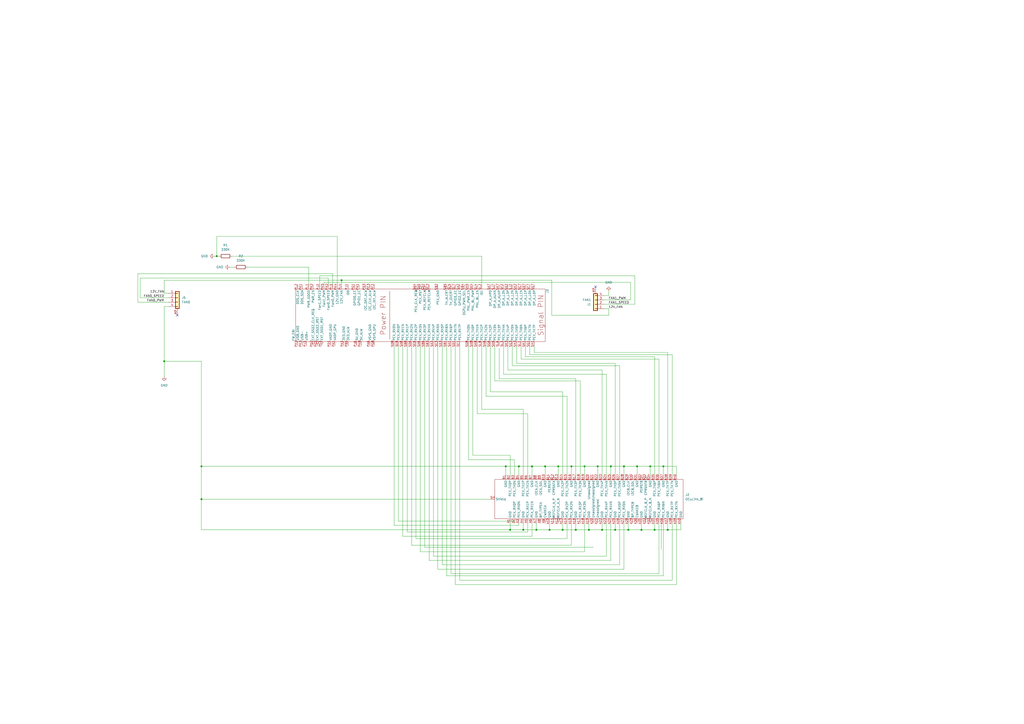
<source format=kicad_sch>
(kicad_sch (version 20250114) (generator "eeschema") (generator_version "9.0")
  (paper "A2")
  (lib_symbols
    (symbol "Device:R" (pin_numbers (hide yes)) (pin_names (offset 0))
      (property "Reference" "R" (at 2.032 0 90))
      (property "Value" "R" (at 0 0 90))
      (symbol "R_0_1"
        (rectangle (start -1.016 -2.54) (end 1.016 2.54) (stroke (width 0.254)))
      )
      (symbol "R_1_1"
        (pin passive line (at 0 3.81 270) (length 1.27) (name "~") (number "1"))
        (pin passive line (at 0 -3.81 90) (length 1.27) (name "~") (number "2"))
      )
    )
    (symbol "Expansion_Bay:FW_EBI"
      (property "Reference" "J" (at -15.24 92.71 0))
      (property "Value" "FW_EBI" (at 15.24 -57.15 0))
      (symbol "FW_EBI_0_0"
        (pin unspecified line (at -17.78 83.82 0) (length 2.54) (name "DP_A_L0P") (number "SG7"))
        (pin unspecified line (at -17.78 81.28 0) (length 2.54) (name "DP_A_L0N") (number "SF7"))
        (pin unspecified line (at -17.78 78.74 0) (length 2.54) (name "DP_A_L1P") (number "SD7"))
        (pin unspecified line (at -17.78 76.2 0) (length 2.54) (name "DP_A_L1N") (number "SC7"))
        (pin unspecified line (at -17.78 73.66 0) (length 2.54) (name "DP_A_L2P") (number "SK2"))
        (pin unspecified line (at -17.78 71.12 0) (length 2.54) (name "DP_A_L2N") (number "SJ2"))
        (pin unspecified line (at -17.78 68.58 0) (length 2.54) (name "DP_A_L3P") (number "SG2"))
        (pin unspecified line (at -17.78 66.04 0) (length 2.54) (name "DP_A_L3N") (number "SF2"))
        (pin unspecified line (at -17.78 63.5 0) (length 2.54) (name "DP_A_AUXP") (number "SK7"))
        (pin unspecified line (at -17.78 60.96 0) (length 2.54) (name "DP_A_AUXN") (number "SJ7"))
        (pin unspecified line (at -17.78 58.42 0) (length 2.54) (name "DP_A_HPD") (number "SA7"))
        (pin unspecified line (at -17.78 53.34 0) (length 2.54) (name "ID1") (number "SL2"))
        (pin unspecified line (at -17.78 50.8 0) (length 2.54) (name "PNL_BL_EN") (number "SL4"))
        (pin unspecified line (at -17.78 48.26 0) (length 2.54) (name "PNL_BL_PWM") (number "SK4"))
        (pin unspecified line (at -17.78 45.72 0) (length 2.54) (name "PNL_PWR_EN") (number "SK5"))
        (pin unspecified line (at -17.78 43.18 0) (length 2.54) (name "DGPU_PWM_SEL") (number "SB4"))
        (pin unspecified line (at -17.78 40.64 0) (length 2.54) (name "GPIO2_EC") (number "SA2"))
        (pin unspecified line (at -17.78 38.1 0) (length 2.54) (name "GPIO3_EC") (number "SL7"))
        (pin output clock (at -17.78 22.86 0) (length 2.54) (name "PEX_REFCLK") (number "SC2"))
        (pin unspecified line (at -17.78 -17.78 0) (length 2.54) (name "GPIO1_EC") (number "PH1"))
        (pin unspecified line (at -17.78 -20.32 0) (length 2.54) (name "GPIO0_EC") (number "PG1"))
        (pin output line (at -17.78 -24.13 0) (length 2.54) (name "ID0") (number "PJ1"))
        (pin power_out line (at -17.78 -27.94 0) (length 2.54) (name "12V_FAN") (number "PL4"))
        (pin input line (at -17.78 -33.02 0) (length 2.54) (name "Fan0_PWM") (number "PL5"))
        (pin output line (at -17.78 -35.56 0) (length 2.54) (name "Fan0_SPEED") (number "PH2"))
        (pin input line (at -17.78 -38.1 0) (length 2.54) (name "Fan1_PWM") (number "PK5"))
        (pin output line (at -17.78 -40.64 0) (length 2.54) (name "Fan1_SPEED") (number "PJ2"))
        (pin input line (at -17.78 -50.8 0) (length 2.54) (name "DDS_SDA") (number "PK1"))
        (pin bidirectional line (at -17.78 -53.34 0) (length 2.54) (name "DDS_CLK") (number "PL2"))
        (pin input line (at 17.78 83.82 180) (length 2.54) (name "PEX_TX7P") (number "SH1"))
        (pin input line (at 17.78 81.28 180) (length 2.54) (name "PEX_TX7N") (number "SG1"))
        (pin input line (at 17.78 78.74 180) (length 2.54) (name "PEX_TX6P") (number "SK1"))
        (pin input line (at 17.78 76.2 180) (length 2.54) (name "PEX_TX6N") (number "SL1"))
        (pin input line (at 17.78 73.66 180) (length 2.54) (name "PEX_TX5P") (number "SH3"))
        (pin input line (at 17.78 71.12 180) (length 2.54) (name "PEX_TX5N") (number "SG3"))
        (pin input line (at 17.78 68.58 180) (length 2.54) (name "PEX_TX4P") (number "SK3"))
        (pin input line (at 17.78 66.04 180) (length 2.54) (name "PEX_TX4N") (number "SL3"))
        (pin input line (at 17.78 63.5 180) (length 2.54) (name "PEX_TX3P") (number "SL6"))
        (pin input line (at 17.78 60.96 180) (length 2.54) (name "PEX_TX3N") (number "SK6"))
        (pin input line (at 17.78 58.42 180) (length 2.54) (name "PEX_TX2P") (number "SG6"))
        (pin input line (at 17.78 55.88 180) (length 2.54) (name "PEX_TX2N") (number "SH6"))
        (pin input line (at 17.78 53.34 180) (length 2.54) (name "PEX_TX1P") (number "SL8"))
        (pin input line (at 17.78 50.8 180) (length 2.54) (name "PEX_TX1N") (number "SK8"))
        (pin input line (at 17.78 48.26 180) (length 2.54) (name "PEX_TX0P") (number "SH8"))
        (pin input line (at 17.78 45.72 180) (length 2.54) (name "PEX_TX0N") (number "SG8"))
        (pin output line (at 17.78 40.64 180) (length 2.54) (name "PEX_RX7P") (number "SE1"))
        (pin output line (at 17.78 38.1 180) (length 2.54) (name "PEX_RX7N") (number "SD1"))
        (pin output line (at 17.78 35.56 180) (length 2.54) (name "PEX_RX6P") (number "SA1"))
        (pin output line (at 17.78 33.02 180) (length 2.54) (name "PEX_RX6N") (number "SB1"))
        (pin output line (at 17.78 30.48 180) (length 2.54) (name "PEX_RX5P") (number "SD3"))
        (pin output line (at 17.78 27.94 180) (length 2.54) (name "PEX_RX5N") (number "SE3"))
        (pin output line (at 17.78 25.4 180) (length 2.54) (name "PEX_RX4P") (number "SA3"))
        (pin output line (at 17.78 22.86 180) (length 2.54) (name "PEX_RX4N") (number "SB3"))
        (pin output line (at 17.78 20.32 180) (length 2.54) (name "PEX_RX3P") (number "SB6"))
        (pin output line (at 17.78 17.78 180) (length 2.54) (name "PEX_RX3N") (number "SA6"))
        (pin output line (at 17.78 15.24 180) (length 2.54) (name "PEX_RX2P") (number "SE6"))
        (pin output line (at 17.78 12.7 180) (length 2.54) (name "PEX_RX2N") (number "SD6"))
        (pin output line (at 17.78 10.16 180) (length 2.54) (name "PEX_RX1P") (number "SB8"))
        (pin output line (at 17.78 7.62 180) (length 2.54) (name "PEX_RX1N") (number "SA8"))
        (pin output line (at 17.78 5.08 180) (length 2.54) (name "PEX_RX0P") (number "SE8"))
        (pin output line (at 17.78 2.54 180) (length 2.54) (name "PEX_RX0N") (number "SD8"))
        (pin power_out line (at 17.78 -8.89 180) (length 2.54) (name "VSYS_GPU") (number "PG8"))
        (pin power_out line (at 17.78 -16.51 180) (length 2.54) (name "5V_ALW") (number "PK8"))
        (pin power_out line (at 17.78 -24.13 180) (length 2.54) (name "3V3_ALW") (number "PB5"))
        (pin bidirectional line (at 17.78 -48.26 180) (length 2.54) (name "USB+") (number "PJ3"))
        (pin bidirectional line (at 17.78 -50.8 180) (length 2.54) (name "USB-") (number "PK3"))
      )
      (symbol "FW_EBI_1_0"
        (pin unspecified inverted (at -17.78 35.56 0) (length 2.54) (name "TH_OVERT") (number "SL5"))
        (pin unspecified inverted (at -17.78 33.02 0) (length 2.54) (name "TH_ALERT") (number "SB5"))
        (pin bidirectional line (at -17.78 27.94 0) (length 2.54) (name "PEX_GND") (number "SB2"))
        (pin bidirectional line (at -17.78 27.94 0) (length 2.54) (hide yes) (name "PEX_GND") (number "SB7"))
        (pin bidirectional line (at -17.78 27.94 0) (length 2.54) (hide yes) (name "PEX_GND") (number "SC1"))
        (pin bidirectional line (at -17.78 27.94 0) (length 2.54) (hide yes) (name "PEX_GND") (number "SC3"))
        (pin bidirectional line (at -17.78 27.94 0) (length 2.54) (hide yes) (name "PEX_GND") (number "SC6"))
        (pin bidirectional line (at -17.78 27.94 0) (length 2.54) (hide yes) (name "PEX_GND") (number "SC8"))
        (pin bidirectional line (at -17.78 27.94 0) (length 2.54) (hide yes) (name "PEX_GND") (number "SE2"))
        (pin bidirectional line (at -17.78 27.94 0) (length 2.54) (hide yes) (name "PEX_GND") (number "SE7"))
        (pin bidirectional line (at -17.78 27.94 0) (length 2.54) (hide yes) (name "PEX_GND") (number "SF1"))
        (pin bidirectional line (at -17.78 27.94 0) (length 2.54) (hide yes) (name "PEX_GND") (number "SF3"))
        (pin bidirectional line (at -17.78 27.94 0) (length 2.54) (hide yes) (name "PEX_GND") (number "SF6"))
        (pin bidirectional line (at -17.78 27.94 0) (length 2.54) (hide yes) (name "PEX_GND") (number "SF8"))
        (pin bidirectional line (at -17.78 27.94 0) (length 2.54) (hide yes) (name "PEX_GND") (number "SH2"))
        (pin bidirectional line (at -17.78 27.94 0) (length 2.54) (hide yes) (name "PEX_GND") (number "SH7"))
        (pin bidirectional line (at -17.78 27.94 0) (length 2.54) (hide yes) (name "PEX_GND") (number "SJ1"))
        (pin bidirectional line (at -17.78 27.94 0) (length 2.54) (hide yes) (name "PEX_GND") (number "SJ3"))
        (pin bidirectional line (at -17.78 27.94 0) (length 2.54) (hide yes) (name "PEX_GND") (number "SJ6"))
        (pin bidirectional line (at -17.78 27.94 0) (length 2.54) (hide yes) (name "PEX_GND") (number "SJ8"))
        (pin output inverted_clock (at -17.78 20.32 0) (length 2.54) (name "PEX_REFCLK") (number "SD2"))
        (pin input inverted (at -17.78 17.78 0) (length 2.54) (name "PEX_RST") (number "SA5"))
        (pin output inverted_clock (at -17.78 15.24 0) (length 2.54) (name "PEX_CLK_REQ") (number "SA4"))
        (pin unspecified line (at -17.78 -8.89 0) (length 2.54) (name "I2C_INT_ALW") (number "PF2"))
        (pin unspecified line (at -17.78 -11.43 0) (length 2.54) (name "I2C_CLK_ALW") (number "PC3"))
        (pin unspecified line (at -17.78 -13.97 0) (length 2.54) (name "I2C_DAT_ALW") (number "PD3"))
        (pin power_out line (at -17.78 -30.48 0) (length 2.54) (name "12V_GND") (number "PK4"))
        (pin output line (at -17.78 -44.45 0) (length 2.54) (name "PWR_EN") (number "PK2"))
        (pin output line (at -17.78 -46.99 0) (length 2.54) (name "PWR_GOOD") (number "PL1"))
        (pin power_out line (at 17.78 -8.89 180) (length 2.54) (hide yes) (name "VSYS_GPU") (number "PA7"))
        (pin power_out line (at 17.78 -8.89 180) (length 2.54) (hide yes) (name "VSYS_GPU") (number "PA8"))
        (pin power_out line (at 17.78 -8.89 180) (length 2.54) (hide yes) (name "VSYS_GPU") (number "PB7"))
        (pin power_out line (at 17.78 -8.89 180) (length 2.54) (hide yes) (name "VSYS_GPU") (number "PB8"))
        (pin power_out line (at 17.78 -8.89 180) (length 2.54) (hide yes) (name "VSYS_GPU") (number "PC7"))
        (pin power_out line (at 17.78 -8.89 180) (length 2.54) (hide yes) (name "VSYS_GPU") (number "PC8"))
        (pin power_out line (at 17.78 -8.89 180) (length 2.54) (hide yes) (name "VSYS_GPU") (number "PD7"))
        (pin power_out line (at 17.78 -8.89 180) (length 2.54) (hide yes) (name "VSYS_GPU") (number "PD8"))
        (pin power_out line (at 17.78 -8.89 180) (length 2.54) (hide yes) (name "VSYS_GPU") (number "PE7"))
        (pin power_out line (at 17.78 -8.89 180) (length 2.54) (hide yes) (name "VSYS_GPU") (number "PE8"))
        (pin power_out line (at 17.78 -8.89 180) (length 2.54) (hide yes) (name "VSYS_GPU") (number "PF7"))
        (pin power_out line (at 17.78 -8.89 180) (length 2.54) (hide yes) (name "VSYS_GPU") (number "PF8"))
        (pin power_out line (at 17.78 -8.89 180) (length 2.54) (hide yes) (name "VSYS_GPU") (number "PG7"))
        (pin power_out line (at 17.78 -11.43 180) (length 2.54) (name "VSYS_GND") (number "PA6"))
        (pin power_out line (at 17.78 -11.43 180) (length 2.54) (hide yes) (name "VSYS_GND") (number "PB6"))
        (pin power_out line (at 17.78 -11.43 180) (length 2.54) (hide yes) (name "VSYS_GND") (number "PC6"))
        (pin power_out line (at 17.78 -11.43 180) (length 2.54) (hide yes) (name "VSYS_GND") (number "PD6"))
        (pin power_out line (at 17.78 -11.43 180) (length 2.54) (hide yes) (name "VSYS_GND") (number "PE6"))
        (pin power_out line (at 17.78 -11.43 180) (length 2.54) (hide yes) (name "VSYS_GND") (number "PF6"))
        (pin power_out line (at 17.78 -11.43 180) (length 2.54) (hide yes) (name "VSYS_GND") (number "PG6"))
        (pin power_out line (at 17.78 -11.43 180) (length 2.54) (hide yes) (name "VSYS_GND") (number "PH6"))
        (pin power_out line (at 17.78 -11.43 180) (length 2.54) (hide yes) (name "VSYS_GND") (number "PH7"))
        (pin power_out line (at 17.78 -11.43 180) (length 2.54) (hide yes) (name "VSYS_GND") (number "PH8"))
        (pin power_out line (at 17.78 -11.43 180) (length 2.54) (hide yes) (name "VSYS_GND") (number "PJ7"))
        (pin power_out line (at 17.78 -11.43 180) (length 2.54) (hide yes) (name "VSYS_GND") (number "PJ8"))
        (pin power_out line (at 17.78 -16.51 180) (length 2.54) (hide yes) (name "5V_ALW") (number "PK7"))
        (pin power_out line (at 17.78 -16.51 180) (length 2.54) (hide yes) (name "5V_ALW") (number "PL7"))
        (pin power_out line (at 17.78 -16.51 180) (length 2.54) (hide yes) (name "5V_ALW") (number "PL8"))
        (pin power_out line (at 17.78 -19.05 180) (length 2.54) (name "5V_GND") (number "PJ6"))
        (pin power_out line (at 17.78 -19.05 180) (length 2.54) (hide yes) (name "5V_GND") (number "PK6"))
        (pin power_out line (at 17.78 -19.05 180) (length 2.54) (hide yes) (name "5V_GND") (number "PL6"))
        (pin power_out line (at 17.78 -24.13 180) (length 2.54) (hide yes) (name "3V3_ALW") (number "PA4"))
        (pin power_out line (at 17.78 -24.13 180) (length 2.54) (hide yes) (name "3V3_ALW") (number "PA5"))
        (pin power_out line (at 17.78 -24.13 180) (length 2.54) (hide yes) (name "3V3_ALW") (number "PB4"))
        (pin power_out line (at 17.78 -26.67 180) (length 2.54) (name "3V3_GND") (number "PA3"))
        (pin power_out line (at 17.78 -26.67 180) (length 2.54) (hide yes) (name "3V3_GND") (number "PB3"))
        (pin power_out line (at 17.78 -26.67 180) (length 2.54) (hide yes) (name "3V3_GND") (number "PE3"))
        (pin unspecified line (at 17.78 -31.75 180) (length 2.54) (name "VADP_GPU") (number "PA1"))
        (pin unspecified line (at 17.78 -31.75 180) (length 2.54) (hide yes) (name "VADP_GPU") (number "PA2"))
        (pin unspecified line (at 17.78 -31.75 180) (length 2.54) (hide yes) (name "VADP_GPU") (number "PB1"))
        (pin unspecified line (at 17.78 -31.75 180) (length 2.54) (hide yes) (name "VADP_GPU") (number "PB2"))
        (pin unspecified line (at 17.78 -31.75 180) (length 2.54) (hide yes) (name "VADP_GPU") (number "PC1"))
        (pin unspecified line (at 17.78 -31.75 180) (length 2.54) (hide yes) (name "VADP_GPU") (number "PC2"))
        (pin unspecified line (at 17.78 -34.29 180) (length 2.54) (name "VADP_GND") (number "PD1"))
        (pin unspecified line (at 17.78 -34.29 180) (length 2.54) (hide yes) (name "VADP_GND") (number "PD2"))
        (pin unspecified line (at 17.78 -34.29 180) (length 2.54) (hide yes) (name "VADP_GND") (number "PE1"))
        (pin unspecified line (at 17.78 -34.29 180) (length 2.54) (hide yes) (name "VADP_GND") (number "PE2"))
        (pin unspecified line (at 17.78 -34.29 180) (length 2.54) (hide yes) (name "VADP_GND") (number "PF1"))
        (pin bidirectional inverted (at 17.78 -39.37 180) (length 2.54) (name "EXT_SSD1_RST") (number "PF3"))
        (pin bidirectional inverted (at 17.78 -41.91 180) (length 2.54) (name "EXT_SSD2_RST") (number "PG3"))
        (pin bidirectional inverted (at 17.78 -44.45 180) (length 2.54) (name "EXT_SSD2_CLK_REQ") (number "PG2"))
        (pin power_out line (at 17.78 -53.34 180) (length 2.54) (name "USB_GND") (number "PH3"))
        (pin power_out line (at 17.78 -53.34 180) (length 2.54) (hide yes) (name "USB_GND") (number "PL3"))
      )
      (symbol "FW_EBI_1_1"
        (rectangle (start -15.24 90.17) (end 15.24 -54.61))
        (polyline (pts (xy -13.97 0) (xy 13.97 0)))
        (text "Signal PIN" (at 0 87.63 0) (effects (font (size 3 3))))
        (text "Power PIN" (at 0 -3.81 0) (effects (font (size 3 3))))
      )
    )
    (symbol "Expansion_Bay:JST_SH_01x04" (pin_names (offset 1.016) (hide yes))
      (property "Reference" "J" (at 0.254 4.826 0))
      (property "Value" "JST_SH_01x04" (at 1.016 -7.366 0))
      (symbol "JST_SH_01x04_1_1"
        (rectangle (start -1.27 3.81) (end 1.27 -6.35) (stroke (width 0.1524)))
        (rectangle (start -1.016 3.556) (end 1.016 -6.096) (stroke (width 0.254)) (fill (type background)))
        (rectangle (start -1.016 2.667) (end 0.254 2.413) (stroke (width 0.1524)))
        (rectangle (start -1.016 0.127) (end 0.254 -0.127) (stroke (width 0.1524)))
        (rectangle (start -1.016 -2.413) (end 0.254 -2.667) (stroke (width 0.1524)))
        (rectangle (start -1.016 -4.953) (end 0.254 -5.207) (stroke (width 0.1524)))
        (pin passive line (at -5.08 2.54 0) (length 4.064) (name "Pin_1") (number "1"))
        (pin passive line (at -5.08 0 0) (length 4.064) (name "Pin_2") (number "2"))
        (pin passive line (at -5.08 -2.54 0) (length 4.064) (name "Pin_3") (number "3"))
        (pin passive line (at -5.08 -5.08 0) (length 4.064) (name "Pin_4") (number "4"))
        (pin passive line (at 0 -10.16 90) (length 3.81) (name "Shield") (number "MP"))
      )
    )
    (symbol "Expansion_Bay_User:OCuLink_8i"
      (property "Reference" "J" (at -11.43 57.15 0))
      (property "Value" "OCuLink_8i" (at 11.43 -57.15 0))
      (symbol "OCuLink_8i_0_1"
        (rectangle (start -11.43 54.61) (end 11.43 -54.61))
        (rectangle (start -6.35 35.56) (end -6.35 35.56))
        (rectangle (start -6.35 -17.78) (end -6.35 -17.78))
        (rectangle (start 13.97 40.64) (end 13.97 40.64))
        (rectangle (start 13.97 -12.7) (end 13.97 -12.7))
      )
      (symbol "OCuLink_8i_1_0"
        (pin unspecified line (at 0 57.15 270) (length 2.54) (name "Shield") (number "SH"))
      )
      (symbol "OCuLink_8i_1_1"
        (pin unspecified line (at -13.97 45.72 0) (length 2.54) (name "GND") (number "A1"))
        (pin bidirectional line (at -13.97 43.18 0) (length 2.54) (name "PEX_RX0P") (number "A2"))
        (pin bidirectional line (at -13.97 40.64 0) (length 2.54) (name "PEX_RX0N") (number "A3"))
        (pin unspecified line (at -13.97 38.1 0) (length 2.54) (name "GND") (number "A4"))
        (pin bidirectional line (at -13.97 35.56 0) (length 2.54) (name "PEX_RX1P") (number "A5"))
        (pin bidirectional line (at -13.97 33.02 0) (length 2.54) (name "PEX_RX1N") (number "A6"))
        (pin unspecified line (at -13.97 30.48 0) (length 2.54) (name "GND") (number "A7"))
        (pin unspecified line (at -13.97 27.94 0) (length 2.54) (name "BP_TYPEA") (number "A8"))
        (pin unspecified inverted (at -13.97 25.4 0) (length 2.54) (name "CWAKEA") (number "A9"))
        (pin unspecified line (at -13.97 22.86 0) (length 2.54) (name "GND") (number "A10"))
        (pin unspecified clock (at -13.97 20.32 0) (length 2.54) (name "REFCLK_A_P") (number "A11"))
        (pin unspecified inverted_clock (at -13.97 17.78 0) (length 2.54) (name "REFCLK_A_N") (number "A12"))
        (pin unspecified line (at -13.97 15.24 0) (length 2.54) (name "GND") (number "A13"))
        (pin bidirectional line (at -13.97 12.7 0) (length 2.54) (name "PEX_RX2P") (number "A14"))
        (pin bidirectional line (at -13.97 10.16 0) (length 2.54) (name "PEX_RX2N") (number "A15"))
        (pin unspecified line (at -13.97 7.62 0) (length 2.54) (name "GND") (number "A16"))
        (pin bidirectional line (at -13.97 5.08 0) (length 2.54) (name "PEX_RX3P") (number "A17"))
        (pin bidirectional line (at -13.97 2.54 0) (length 2.54) (name "PEX_RX3N") (number "A18"))
        (pin unspecified line (at -13.97 0 0) (length 2.54) (name "GND") (number "A19"))
        (pin unspecified line (at -13.97 -2.54 0) (length 2.54) (name "Unassigned") (number "A20"))
        (pin unspecified line (at -13.97 -5.08 0) (length 2.54) (name "Unassigned") (number "A21"))
        (pin unspecified line (at -13.97 -7.62 0) (length 2.54) (name "GND") (number "A22"))
        (pin bidirectional line (at -13.97 -10.16 0) (length 2.54) (name "PEX_RX4P") (number "A23"))
        (pin bidirectional line (at -13.97 -12.7 0) (length 2.54) (name "PEX_RX4N") (number "A24"))
        (pin unspecified line (at -13.97 -15.24 0) (length 2.54) (name "GND") (number "A25"))
        (pin bidirectional line (at -13.97 -17.78 0) (length 2.54) (name "PEX_RX5P") (number "A26"))
        (pin bidirectional line (at -13.97 -20.32 0) (length 2.54) (name "PEX_RX5N") (number "A27"))
        (pin unspecified line (at -13.97 -22.86 0) (length 2.54) (name "GND") (number "A28"))
        (pin unspecified line (at -13.97 -25.4 0) (length 2.54) (name "BP_TYPEB") (number "A29"))
        (pin unspecified inverted (at -13.97 -27.94 0) (length 2.54) (name "CWAKEB") (number "A30"))
        (pin unspecified line (at -13.97 -30.48 0) (length 2.54) (name "GND") (number "A31"))
        (pin unspecified clock (at -13.97 -33.02 0) (length 2.54) (name "REFCLK_B_P") (number "A32"))
        (pin unspecified inverted_clock (at -13.97 -35.56 0) (length 2.54) (name "REFCLK_B_N") (number "A33"))
        (pin unspecified line (at -13.97 -38.1 0) (length 2.54) (name "GND") (number "A34"))
        (pin bidirectional line (at -13.97 -40.64 0) (length 2.54) (name "PEX_RX6P") (number "A35"))
        (pin bidirectional line (at -13.97 -43.18 0) (length 2.54) (name "PEX_RX6N") (number "A36"))
        (pin unspecified line (at -13.97 -45.72 0) (length 2.54) (name "GND") (number "A37"))
        (pin bidirectional line (at -13.97 -48.26 0) (length 2.54) (name "PEX_RX7P") (number "A38"))
        (pin bidirectional line (at -13.97 -50.8 0) (length 2.54) (name "PEX_RX7N") (number "A39"))
        (pin unspecified line (at -13.97 -53.34 0) (length 2.54) (name "GND") (number "A40"))
        (pin unspecified line (at 13.97 48.26 180) (length 2.54) (name "GND") (number "B1"))
        (pin bidirectional line (at 13.97 45.72 180) (length 2.54) (name "PEX_TX0P") (number "B2"))
        (pin bidirectional line (at 13.97 43.18 180) (length 2.54) (name "PEX_TX0N") (number "B3"))
        (pin unspecified line (at 13.97 40.64 180) (length 2.54) (name "GND") (number "B4"))
        (pin bidirectional line (at 13.97 38.1 180) (length 2.54) (name "PEX_TX1P") (number "B5"))
        (pin bidirectional line (at 13.97 35.56 180) (length 2.54) (name "PEX_TX1N") (number "B6"))
        (pin unspecified line (at 13.97 33.02 180) (length 2.54) (name "GND") (number "B7"))
        (pin bidirectional line (at 13.97 30.48 180) (length 2.54) (name "I2CA_CLK") (number "B8"))
        (pin bidirectional line (at 13.97 27.94 180) (length 2.54) (name "I2CA_SDL") (number "B9"))
        (pin unspecified line (at 13.97 25.4 180) (length 2.54) (name "GND") (number "B10"))
        (pin bidirectional inverted (at 13.97 22.86 180) (length 2.54) (name "PERSTA") (number "B11"))
        (pin bidirectional inverted (at 13.97 20.32 180) (length 2.54) (name "CPRSNTA") (number "B12"))
        (pin unspecified line (at 13.97 17.78 180) (length 2.54) (name "GND") (number "B13"))
        (pin bidirectional line (at 13.97 15.24 180) (length 2.54) (name "PEX_TX2P") (number "B14"))
        (pin bidirectional line (at 13.97 12.7 180) (length 2.54) (name "PEX_TX2N") (number "B15"))
        (pin unspecified line (at 13.97 10.16 180) (length 2.54) (name "GND") (number "B16"))
        (pin bidirectional line (at 13.97 7.62 180) (length 2.54) (name "PEX_TX3P") (number "B17"))
        (pin bidirectional line (at 13.97 5.08 180) (length 2.54) (name "PEX_TX3N") (number "B18"))
        (pin unspecified line (at 13.97 2.54 180) (length 2.54) (name "GND") (number "B19"))
        (pin unspecified line (at 13.97 0 180) (length 2.54) (name "Unassigned") (number "B20"))
        (pin unspecified line (at 13.97 -2.54 180) (length 2.54) (name "Unassigned") (number "B21"))
        (pin unspecified line (at 13.97 -5.08 180) (length 2.54) (name "GND") (number "B22"))
        (pin bidirectional line (at 13.97 -7.62 180) (length 2.54) (name "PEX_TX4P") (number "B23"))
        (pin bidirectional line (at 13.97 -10.16 180) (length 2.54) (name "PEX_TX4N") (number "B24"))
        (pin unspecified line (at 13.97 -12.7 180) (length 2.54) (name "GND") (number "B25"))
        (pin bidirectional line (at 13.97 -15.24 180) (length 2.54) (name "PEX_TX5P") (number "B26"))
        (pin bidirectional line (at 13.97 -17.78 180) (length 2.54) (name "PEX_TX5N") (number "B27"))
        (pin unspecified line (at 13.97 -20.32 180) (length 2.54) (name "GND") (number "B28"))
        (pin bidirectional line (at 13.97 -22.86 180) (length 2.54) (name "I2CB_CLK") (number "B29"))
        (pin bidirectional line (at 13.97 -25.4 180) (length 2.54) (name "I2CB_SDL") (number "B30"))
        (pin unspecified line (at 13.97 -27.94 180) (length 2.54) (name "GND") (number "B31"))
        (pin bidirectional inverted (at 13.97 -30.48 180) (length 2.54) (name "PERSTB") (number "B32"))
        (pin bidirectional inverted (at 13.97 -33.02 180) (length 2.54) (name "CPRSNTB") (number "B33"))
        (pin unspecified line (at 13.97 -35.56 180) (length 2.54) (name "GND") (number "B34"))
        (pin bidirectional line (at 13.97 -38.1 180) (length 2.54) (name "PEX_TX6P") (number "B35"))
        (pin bidirectional line (at 13.97 -40.64 180) (length 2.54) (name "PEX_TX6N") (number "B36"))
        (pin unspecified line (at 13.97 -43.18 180) (length 2.54) (name "GND") (number "B37"))
        (pin bidirectional line (at 13.97 -45.72 180) (length 2.54) (name "PEX_TX7P") (number "B38"))
        (pin bidirectional line (at 13.97 -48.26 180) (length 2.54) (name "PEX_TX7N") (number "B39"))
        (pin unspecified line (at 13.97 -50.8 180) (length 2.54) (name "GND") (number "B40"))
      )
    )
    (symbol "power:GND" (power) (pin_names (offset 0))
      (property "Value" "GND" (at 0 -3.81 0))
      (symbol "GND_0_1"
        (polyline (pts (xy 0 0) (xy 0 -1.27) (xy 1.27 -1.27) (xy 0 -2.54) (xy -1.27 -1.27) (xy 0 -1.27)))
      )
      (symbol "GND_1_1"
        (pin power_in line (at 0 0 270) (length 0) (hide yes) (name "GND") (number "1"))
      )
    )
  )
  (junction (at 300.99 270.51))
  (junction (at 125.73 148.59))
  (junction (at 377.19 270.51))
  (junction (at 326.39 307.34))
  (junction (at 318.77 307.34))
  (junction (at 372.11 307.34))
  (junction (at 339.09 270.51))
  (junction (at 364.49 307.34))
  (junction (at 369.57 270.51))
  (junction (at 334.01 307.34))
  (junction (at 116.84 289.56))
  (junction (at 95.25 209.55))
  (junction (at 341.63 307.34))
  (junction (at 384.81 270.51))
  (junction (at 331.47 270.51))
  (junction (at 361.95 270.51))
  (junction (at 311.15 307.34))
  (junction (at 349.25 307.34))
  (junction (at 346.71 270.51))
  (junction (at 295.91 307.34))
  (junction (at 316.23 270.51))
  (junction (at 198.12 162.56))
  (junction (at 387.35 307.34))
  (junction (at 116.84 270.51))
  (junction (at 323.85 270.51))
  (junction (at 354.33 270.51))
  (junction (at 379.73 307.34))
  (junction (at 303.53 307.34))
  (junction (at 293.37 270.51))
  (junction (at 356.87 307.34))
  (junction (at 308.61 270.51))
  (no_connect (at 345.44 166.37))
  (no_connect (at 102.87 182.88))
  (wire (pts (xy 246.38 317.5) (xy 344.17 317.5)))
  (wire (pts (xy 308.61 270.51) (xy 316.23 270.51)))
  (wire (pts (xy 198.12 162.56) (xy 198.12 165.1)))
  (wire (pts (xy 392.43 275.59) (xy 392.43 270.51)))
  (wire (pts (xy 303.53 307.34) (xy 311.15 307.34)))
  (wire (pts (xy 80.01 175.26) (xy 80.01 158.75)))
  (wire (pts (xy 294.64 200.66) (xy 294.64 214.63)))
  (wire (pts (xy 124.46 148.59) (xy 125.73 148.59)))
  (wire (pts (xy 299.72 200.66) (xy 299.72 210.82)))
  (wire (pts (xy 238.76 200.66) (xy 238.76 316.23)))
  (wire (pts (xy 306.07 240.03) (xy 306.07 275.59)))
  (wire (pts (xy 254 330.2) (xy 361.95 330.2)))
  (wire (pts (xy 248.92 325.12) (xy 354.33 325.12)))
  (wire (pts (xy 300.99 270.51) (xy 308.61 270.51)))
  (wire (pts (xy 95.25 162.56) (xy 198.12 162.56)))
  (wire (pts (xy 187.96 163.83) (xy 187.96 165.1)))
  (wire (pts (xy 254 200.66) (xy 254 330.2)))
  (wire (pts (xy 334.01 307.34) (xy 341.63 307.34)))
  (wire (pts (xy 354.33 325.12) (xy 354.33 303.53)))
  (wire (pts (xy 116.84 270.51) (xy 116.84 209.55)))
  (wire (pts (xy 81.28 172.72) (xy 81.28 161.29)))
  (wire (pts (xy 365.76 163.83) (xy 187.96 163.83)))
  (wire (pts (xy 116.84 270.51) (xy 116.84 289.56)))
  (wire (pts (xy 293.37 275.59) (xy 293.37 270.51)))
  (wire (pts (xy 389.89 336.55) (xy 389.89 303.53)))
  (wire (pts (xy 274.32 264.16) (xy 295.91 264.16)))
  (wire (pts (xy 359.41 212.09) (xy 359.41 275.59)))
  (wire (pts (xy 190.5 161.29) (xy 190.5 165.1)))
  (wire (pts (xy 311.15 307.34) (xy 318.77 307.34)))
  (wire (pts (xy 384.81 275.59) (xy 384.81 270.51)))
  (wire (pts (xy 143.51 154.94) (xy 179.07 154.94)))
  (wire (pts (xy 368.3 160.02) (xy 185.42 160.02)))
  (wire (pts (xy 302.26 200.66) (xy 302.26 208.28)))
  (wire (pts (xy 271.78 200.66) (xy 271.78 266.7)))
  (wire (pts (xy 383.54 318.77) (xy 383.54 302.26)))
  (wire (pts (xy 331.47 275.59) (xy 331.47 270.51)))
  (wire (pts (xy 259.08 334.01) (xy 384.81 334.01)))
  (wire (pts (xy 256.54 200.66) (xy 256.54 327.66)))
  (wire (pts (xy 384.81 270.51) (xy 392.43 270.51)))
  (wire (pts (xy 259.08 200.66) (xy 259.08 334.01)))
  (wire (pts (xy 346.71 270.51) (xy 354.33 270.51)))
  (wire (pts (xy 228.6 304.8) (xy 300.99 304.8)))
  (wire (pts (xy 231.14 302.26) (xy 298.45 302.26)))
  (wire (pts (xy 331.47 316.23) (xy 331.47 303.53)))
  (wire (pts (xy 387.35 307.34) (xy 394.97 307.34)))
  (wire (pts (xy 323.85 270.51) (xy 316.23 270.51)))
  (wire (pts (xy 271.78 266.7) (xy 298.45 266.7)))
  (wire (pts (xy 350.52 176.53) (xy 368.3 176.53)))
  (wire (pts (xy 350.52 173.99) (xy 365.76 173.99)))
  (wire (pts (xy 339.09 275.59) (xy 339.09 270.51)))
  (wire (pts (xy 361.95 275.59) (xy 361.95 270.51)))
  (wire (pts (xy 231.14 200.66) (xy 231.14 302.26)))
  (wire (pts (xy 326.39 307.34) (xy 318.77 307.34)))
  (wire (pts (xy 295.91 303.53) (xy 295.91 307.34)))
  (wire (pts (xy 302.26 208.28) (xy 382.27 208.28)))
  (wire (pts (xy 95.25 170.18) (xy 95.25 162.56)))
  (wire (pts (xy 353.06 179.07) (xy 350.52 179.07)))
  (wire (pts (xy 309.88 204.47) (xy 387.35 204.47)))
  (wire (pts (xy 125.73 148.59) (xy 127 148.59)))
  (wire (pts (xy 361.95 330.2) (xy 361.95 303.53)))
  (wire (pts (xy 316.23 275.59) (xy 316.23 270.51)))
  (wire (pts (xy 303.53 303.53) (xy 303.53 307.34)))
  (wire (pts (xy 241.3 200.66) (xy 241.3 312.42)))
  (wire (pts (xy 236.22 308.61) (xy 306.07 308.61)))
  (wire (pts (xy 320.04 182.88) (xy 320.04 162.56)))
  (wire (pts (xy 294.64 214.63) (xy 349.25 214.63)))
  (wire (pts (xy 308.61 275.59) (xy 308.61 270.51)))
  (wire (pts (xy 379.73 303.53) (xy 379.73 307.34)))
  (wire (pts (xy 339.09 320.04) (xy 339.09 303.53)))
  (wire (pts (xy 279.4 148.59) (xy 279.4 165.1)))
  (wire (pts (xy 382.27 208.28) (xy 382.27 275.59)))
  (wire (pts (xy 276.86 200.66) (xy 276.86 240.03)))
  (wire (pts (xy 307.34 205.74) (xy 389.89 205.74)))
  (wire (pts (xy 264.16 339.09) (xy 392.43 339.09)))
  (wire (pts (xy 326.39 303.53) (xy 326.39 307.34)))
  (wire (pts (xy 116.84 209.55) (xy 95.25 209.55)))
  (wire (pts (xy 353.06 182.88) (xy 320.04 182.88)))
  (wire (pts (xy 351.79 322.58) (xy 351.79 303.53)))
  (wire (pts (xy 354.33 270.51) (xy 361.95 270.51)))
  (wire (pts (xy 328.93 312.42) (xy 328.93 303.53)))
  (wire (pts (xy 193.04 158.75) (xy 193.04 165.1)))
  (wire (pts (xy 353.06 171.45) (xy 350.52 171.45)))
  (wire (pts (xy 185.42 160.02) (xy 185.42 165.1)))
  (wire (pts (xy 384.81 334.01) (xy 384.81 303.53)))
  (wire (pts (xy 264.16 200.66) (xy 264.16 339.09)))
  (wire (pts (xy 304.8 207.01) (xy 379.73 207.01)))
  (wire (pts (xy 300.99 275.59) (xy 300.99 270.51)))
  (wire (pts (xy 95.25 170.18) (xy 97.79 170.18)))
  (wire (pts (xy 116.84 289.56) (xy 116.84 307.34)))
  (wire (pts (xy 297.18 200.66) (xy 297.18 212.09)))
  (wire (pts (xy 287.02 200.66) (xy 287.02 220.98)))
  (wire (pts (xy 369.57 275.59) (xy 369.57 270.51)))
  (wire (pts (xy 331.47 270.51) (xy 323.85 270.51)))
  (wire (pts (xy 349.25 303.53) (xy 349.25 307.34)))
  (wire (pts (xy 236.22 200.66) (xy 236.22 308.61)))
  (wire (pts (xy 379.73 207.01) (xy 379.73 275.59)))
  (wire (pts (xy 387.35 303.53) (xy 387.35 307.34)))
  (wire (pts (xy 359.41 303.53) (xy 359.41 327.66)))
  (wire (pts (xy 368.3 176.53) (xy 368.3 160.02)))
  (wire (pts (xy 334.01 219.71) (xy 334.01 275.59)))
  (wire (pts (xy 195.58 165.1) (xy 195.58 137.16)))
  (wire (pts (xy 81.28 172.72) (xy 97.79 172.72)))
  (wire (pts (xy 392.43 339.09) (xy 392.43 303.53)))
  (wire (pts (xy 276.86 240.03) (xy 306.07 240.03)))
  (wire (pts (xy 379.73 307.34) (xy 372.11 307.34)))
  (wire (pts (xy 394.97 303.53) (xy 394.97 307.34)))
  (wire (pts (xy 228.6 200.66) (xy 228.6 304.8)))
  (wire (pts (xy 303.53 237.49) (xy 303.53 275.59)))
  (wire (pts (xy 246.38 200.66) (xy 246.38 317.5)))
  (wire (pts (xy 334.01 303.53) (xy 334.01 307.34)))
  (wire (pts (xy 382.27 332.74) (xy 382.27 303.53)))
  (wire (pts (xy 353.06 168.91) (xy 353.06 171.45)))
  (wire (pts (xy 346.71 275.59) (xy 346.71 270.51)))
  (wire (pts (xy 356.87 303.53) (xy 356.87 307.34)))
  (wire (pts (xy 318.77 303.53) (xy 318.77 307.34)))
  (wire (pts (xy 311.15 303.53) (xy 311.15 307.34)))
  (wire (pts (xy 289.56 201.93) (xy 289.56 219.71)))
  (wire (pts (xy 372.11 303.53) (xy 372.11 307.34)))
  (wire (pts (xy 233.68 200.66) (xy 233.68 311.15)))
  (wire (pts (xy 299.72 210.82) (xy 356.87 210.82)))
  (wire (pts (xy 341.63 303.53) (xy 341.63 307.34)))
  (wire (pts (xy 309.88 200.66) (xy 309.88 204.47)))
  (wire (pts (xy 287.02 220.98) (xy 336.55 220.98)))
  (wire (pts (xy 256.54 327.66) (xy 359.41 327.66)))
  (wire (pts (xy 300.99 304.8) (xy 300.99 303.53)))
  (wire (pts (xy 389.89 205.74) (xy 389.89 275.59)))
  (wire (pts (xy 336.55 220.98) (xy 336.55 275.59)))
  (wire (pts (xy 241.3 312.42) (xy 328.93 312.42)))
  (wire (pts (xy 95.25 177.8) (xy 95.25 209.55)))
  (wire (pts (xy 328.93 229.87) (xy 328.93 275.59)))
  (wire (pts (xy 349.25 214.63) (xy 349.25 275.59)))
  (wire (pts (xy 295.91 307.34) (xy 303.53 307.34)))
  (wire (pts (xy 323.85 275.59) (xy 323.85 270.51)))
  (wire (pts (xy 95.25 209.55) (xy 95.25 218.44)))
  (wire (pts (xy 384.81 270.51) (xy 377.19 270.51)))
  (wire (pts (xy 233.68 311.15) (xy 308.61 311.15)))
  (wire (pts (xy 251.46 322.58) (xy 351.79 322.58)))
  (wire (pts (xy 281.94 200.66) (xy 281.94 229.87)))
  (wire (pts (xy 292.1 217.17) (xy 351.79 217.17)))
  (wire (pts (xy 289.56 219.71) (xy 334.01 219.71)))
  (wire (pts (xy 243.84 200.66) (xy 243.84 320.04)))
  (wire (pts (xy 279.4 237.49) (xy 303.53 237.49)))
  (wire (pts (xy 80.01 175.26) (xy 97.79 175.26)))
  (wire (pts (xy 133.35 154.94) (xy 135.89 154.94)))
  (wire (pts (xy 251.46 200.66) (xy 251.46 322.58)))
  (wire (pts (xy 97.79 177.8) (xy 95.25 177.8)))
  (wire (pts (xy 349.25 307.34) (xy 356.87 307.34)))
  (wire (pts (xy 293.37 270.51) (xy 300.99 270.51)))
  (wire (pts (xy 320.04 162.56) (xy 198.12 162.56)))
  (wire (pts (xy 298.45 302.26) (xy 298.45 303.53)))
  (wire (pts (xy 292.1 200.66) (xy 292.1 217.17)))
  (wire (pts (xy 307.34 200.66) (xy 307.34 205.74)))
  (wire (pts (xy 361.95 270.51) (xy 369.57 270.51)))
  (wire (pts (xy 195.58 137.16) (xy 125.73 137.16)))
  (wire (pts (xy 125.73 137.16) (xy 125.73 148.59)))
  (wire (pts (xy 339.09 270.51) (xy 331.47 270.51)))
  (wire (pts (xy 356.87 307.34) (xy 364.49 307.34)))
  (wire (pts (xy 379.73 307.34) (xy 387.35 307.34)))
  (wire (pts (xy 372.11 307.34) (xy 364.49 307.34)))
  (wire (pts (xy 369.57 270.51) (xy 377.19 270.51)))
  (wire (pts (xy 261.62 200.66) (xy 261.62 332.74)))
  (wire (pts (xy 304.8 200.66) (xy 304.8 207.01)))
  (wire (pts (xy 248.92 200.66) (xy 248.92 325.12)))
  (wire (pts (xy 351.79 217.17) (xy 351.79 275.59)))
  (wire (pts (xy 243.84 320.04) (xy 339.09 320.04)))
  (wire (pts (xy 261.62 332.74) (xy 382.27 332.74)))
  (wire (pts (xy 274.32 200.66) (xy 274.32 264.16)))
  (wire (pts (xy 295.91 307.34) (xy 116.84 307.34)))
  (wire (pts (xy 80.01 158.75) (xy 193.04 158.75)))
  (wire (pts (xy 356.87 210.82) (xy 356.87 275.59)))
  (wire (pts (xy 308.61 311.15) (xy 308.61 303.53)))
  (wire (pts (xy 334.01 307.34) (xy 326.39 307.34)))
  (wire (pts (xy 326.39 227.33) (xy 326.39 275.59)))
  (wire (pts (xy 266.7 200.66) (xy 266.7 336.55)))
  (wire (pts (xy 279.4 200.66) (xy 279.4 237.49)))
  (wire (pts (xy 284.48 289.56) (xy 116.84 289.56)))
  (wire (pts (xy 238.76 316.23) (xy 331.47 316.23)))
  (wire (pts (xy 341.63 307.34) (xy 349.25 307.34)))
  (wire (pts (xy 306.07 303.53) (xy 306.07 308.61)))
  (wire (pts (xy 81.28 161.29) (xy 190.5 161.29)))
  (wire (pts (xy 339.09 270.51) (xy 346.71 270.51)))
  (wire (pts (xy 353.06 179.07) (xy 353.06 182.88)))
  (wire (pts (xy 284.48 200.66) (xy 284.48 227.33)))
  (wire (pts (xy 281.94 229.87) (xy 328.93 229.87)))
  (wire (pts (xy 364.49 303.53) (xy 364.49 307.34)))
  (wire (pts (xy 266.7 336.55) (xy 389.89 336.55)))
  (wire (pts (xy 354.33 275.59) (xy 354.33 270.51)))
  (wire (pts (xy 134.62 148.59) (xy 279.4 148.59)))
  (wire (pts (xy 295.91 264.16) (xy 295.91 275.59)))
  (wire (pts (xy 298.45 266.7) (xy 298.45 275.59)))
  (wire (pts (xy 284.48 227.33) (xy 326.39 227.33)))
  (wire (pts (xy 116.84 270.51) (xy 293.37 270.51)))
  (wire (pts (xy 179.07 154.94) (xy 179.07 165.1)))
  (wire (pts (xy 387.35 204.47) (xy 387.35 275.59)))
  (wire (pts (xy 377.19 275.59) (xy 377.19 270.51)))
  (wire (pts (xy 365.76 173.99) (xy 365.76 163.83)))
  (wire (pts (xy 297.18 212.09) (xy 359.41 212.09)))
  (label "12V_FAN" (at 353.06 179.07 0))
  (label "FAN1_PWM" (at 353.06 173.99 0))
  (label "FAN0_SPEED" (at 95.25 172.72 180))
  (label "FAN1_SPEED" (at 353.06 176.53 0))
  (label "FAN0_PWM" (at 95.25 175.26 180))
  (label "12V_FAN" (at 95.25 170.18 180))
  (symbol (lib_id "Device:R") (at 130.81 148.59 90) (unit 1)
    (property "Reference" "R1" (at 130.81 142.24 90))
    (property "Value" "330K" (at 130.81 144.78 90))
    (property "Footprint" "Resistor_SMD:R_0805_2012Metric" (effects (hide yes)))
  )
  (symbol (lib_id "Device:R") (at 139.7 154.94 90) (unit 1)
    (property "Reference" "R2" (at 139.7 148.59 90))
    (property "Value" "330K" (at 139.7 151.13 90))
    (property "Footprint" "Resistor_SMD:R_0805_2012Metric" (effects (hide yes)))
  )
  (symbol (lib_id "power:GND") (at 95.25 218.44 0) (unit 1)
    (property "Reference" "#PWR012" (effects (hide yes)))
    (property "Value" "GND" (at 95.25 223.52 0))
  )
  (symbol (lib_id "Expansion_Bay:JST_SH_01x04") (at 345.44 176.53 180) (unit 1)
    (property "Reference" "J1" (at 342.9 176.53 0) (effects (justify left)))
    (property "Value" "FAN1" (at 342.9 173.99 0) (effects (justify left)))
    (property "Footprint" "Expansion_Bay:MODFAN-Jushuo_AFC07-S06FCA-00_1x6-1MP_P0.50_Horizontal" (effects (hide yes)))
  )
  (symbol (lib_id "power:GND") (at 124.46 148.59 270) (unit 1)
    (property "Reference" "#PWR09" (effects (hide yes)))
    (property "Value" "GND" (at 120.65 148.59 90) (effects (justify right)))
  )
  (symbol (lib_id "power:GND") (at 353.06 168.91 180) (unit 1)
    (property "Reference" "#PWR013" (effects (hide yes)))
    (property "Value" "GND" (at 353.06 163.83 0))
  )
  (symbol (lib_id "Expansion_Bay:FW_EBI") (at 226.06 182.88 270) (unit 1)
    (property "Reference" "J3" (at 317.5 168.91 0))
    (property "Value" "FW_EBI" (at 170.18 194.31 0))
    (property "Footprint" "Expansion_Bay:2x74P FXBeam" (effects (hide yes)))
    (property "Datasheet" "https://github.com/FrameworkComputer/ExpansionBay/tree/main/Electrical" (effects (hide yes)))
  )
  (symbol (lib_id "power:GND") (at 133.35 154.94 270) (unit 1)
    (property "Reference" "#PWR011" (effects (hide yes)))
    (property "Value" "GND" (at 129.54 154.94 90) (effects (justify right)))
  )
  (symbol (lib_id "Expansion_Bay_User:OCuLink_8i") (at 341.63 289.56 90) (unit 1)
    (property "Reference" "J2" (at 397.51 287.0199 90) (effects (justify right)))
    (property "Value" "OCuLink_8i" (at 397.51 289.5599 90) (effects (justify right)))
    (property "Footprint" "G14B80121112HR:AMPHENOL_G14B80121112HR" (effects (hide yes)))
    (property "Description" "OCuLink 8i connector pinout (Unsure which)" (effects (hide yes)))
  )
  (symbol (lib_id "Expansion_Bay:JST_SH_01x04") (at 102.87 172.72 0) (unit 1)
    (property "Reference" "J5" (at 105.41 172.72 0) (effects (justify left)))
    (property "Value" "FAN0" (at 105.41 175.26 0) (effects (justify left)))
    (property "Footprint" "Expansion_Bay:MODFAN-Jushuo_AFC07-S06FCA-00_1x6-1MP_P0.50_Horizontal" (effects (hide yes)))
  )
)
</source>
